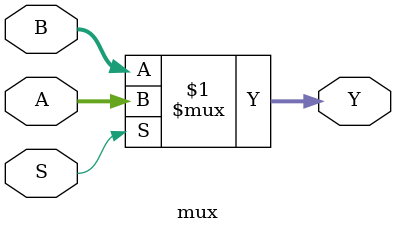
<source format=sv>
module bigalu(FracA, FracB, SignA, SignB, Result, ccc, ccz, ccv, ccn);
parameter N = 24;
localparam MSB = N - 1;

input [MSB:0] FracA, FracB;
input SignA, SignB;
output [MSB:0] Result;
output ccc, ccz, ccv, ccn;

// internal signals
logic [N:0] FracA2sC, FracB2sC, InvResult;
logic [N+1:0] AddendA, AddendB;
logic [MSB:0] MidResult;
logic cb;

// create 2's compliment for the mux
assign FracA2sC = ~{1'b0, FracA} + 1'b1;
assign FracB2sC = ~{1'b0, FracB} + 1'b1;

mux #(N+2) mA({SignA,FracA2sC}, {2'b0,FracA}, SignA, AddendA);
mux #(N+2) mB({SignB,FracB2sC}, {2'b0,FracB}, SignB, AddendB);

// ALU addition + flags
assign {ccn, cb, MidResult} = 26'(AddendA) + 26'(AddendB);
// assign ccc = cb;
assign ccz = ({ccn, ccc, MidResult} == 0); // (not sure this is correct)
// assign ccv = (MidResult[N] != AddendA[N]) && (AddendA[N] == AddendB[N]);
assign ccv = (ccn != AddendA[N]) && (AddendA[N] == AddendB[N]);
// assign ccn = MidResult[N];
assign ccc = (ccn) ? InvResult[N] : cb;

assign InvResult = ~{cb, MidResult} + 1'b1;
assign Result = (ccn ? InvResult : MidResult);


endmodule

module mux(A, B, S, Y);
parameter BITS = 23;
localparam MSB = BITS - 1;

input [MSB:0] A, B;
input S;
output [MSB:0] Y;

assign Y = (S ? A : B);

endmodule

</source>
